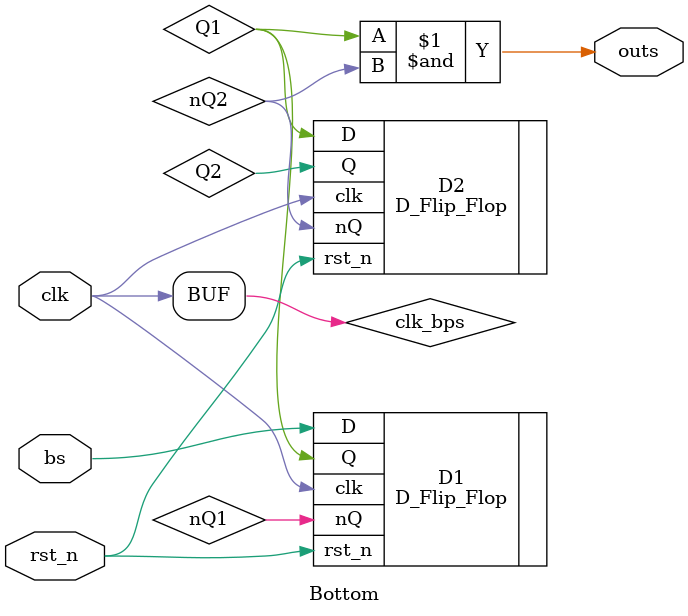
<source format=v>
`timescale 1ns / 1ps


 module Bottom(
     input clk,
     input bs,
     input rst_n,
     output outs
    );
    wire Q1,Q2,nQ1,nQ2,clk_bps;
    assign clk_bps=clk;
//    counter cou(.clk(clk),.rst_n(rst_n),.clk_bps(clk_bps));
    D_Flip_Flop D1(.D(bs),.rst_n(rst_n),.clk(clk_bps),.Q(Q1),.nQ(nQ1));
    D_Flip_Flop D2(.D(Q1),.rst_n(rst_n),.clk(clk_bps),.Q(Q2),.nQ(nQ2));
    assign outs= Q1&nQ2;
endmodule

</source>
